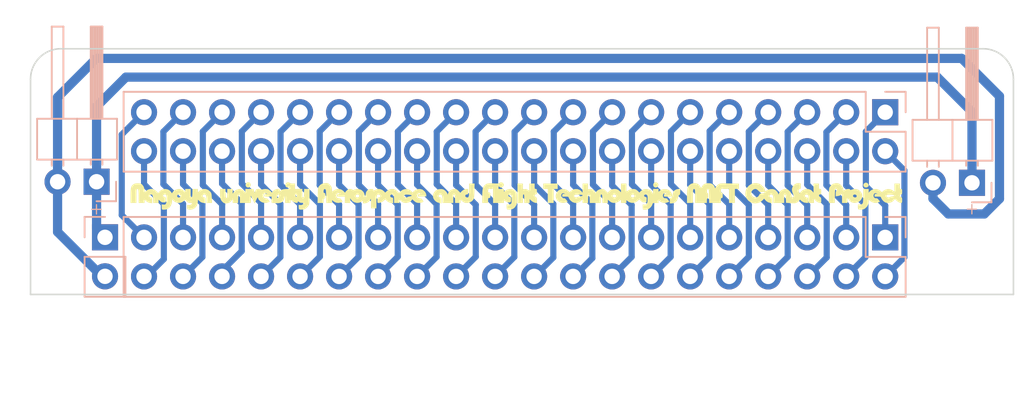
<source format=kicad_pcb>
(kicad_pcb (version 20221018) (generator pcbnew)
  (layers (0 "F.Cu" signal) (31 "B.Cu" signal) (34 "B.Paste" user) (35 "F.Paste" user) (36 "B.SilkS" user "B.Silkscreen") (37 "F.SilkS" user "F.Silkscreen") (38 "B.Mask" user) (39 "F.Mask" user) (44 "Edge.Cuts" user))
  (net 0 "")
  (footprint "LOGO" (layer "F.Cu") (at 126.5 75.56)
    (fp_text reference "G***" hide)
    (fp_text value "LOGO" hide)
  )
  (footprint "Connector_PinSocket_2.54mm:PinSocket_1x02_P2.54mm_Vertical" (layer "B.Cu") (at 99.85 78.18 180)
    (fp_text reference "J7")
    (fp_text value "Fan_connect")
    (pad "1" thru_hole rect (at 0 0 180) (size 1.7 1.7) (drill 1) (layers "*.Cu" "*.Mask"))
    (pad "2" thru_hole oval (at 0 -2.54 180) (size 1.7 1.7) (drill 1) (layers "*.Cu" "*.Mask"))
  )
  (footprint "Connector_PinHeader_2.54mm:PinHeader_1x02_P2.54mm_Horizontal" (layer "B.Cu") (at 99.3 74.56 90)
    (fp_text reference "M4")
    (fp_text value "Fan")
    (pad "1" thru_hole rect (at 0 0 90) (size 1.7 1.7) (drill 1) (layers "*.Cu" "*.Mask"))
    (pad "2" thru_hole oval (at 0 -2.54 90) (size 1.7 1.7) (drill 1) (layers "*.Cu" "*.Mask"))
  )
  (footprint "Connector_PinSocket_2.54mm:PinSocket_2x20_P2.54mm_Vertical" (layer "B.Cu") (at 126.49 79.455 90)
    (fp_text reference "J4")
    (fp_text value "Conn_02x20_Odd_Even")
    (pad "1" thru_hole rect (at 1.27 24.16 90) (size 1.7 1.7) (drill 1) (layers "*.Cu" "*.Mask"))
    (pad "2" thru_hole oval (at -1.27 24.16 90) (size 1.7 1.7) (drill 1) (layers "*.Cu" "*.Mask"))
    (pad "3" thru_hole oval (at 1.27 21.62 90) (size 1.7 1.7) (drill 1) (layers "*.Cu" "*.Mask"))
    (pad "4" thru_hole oval (at -1.27 21.62 90) (size 1.7 1.7) (drill 1) (layers "*.Cu" "*.Mask"))
    (pad "5" thru_hole oval (at 1.27 19.08 90) (size 1.7 1.7) (drill 1) (layers "*.Cu" "*.Mask"))
    (pad "6" thru_hole oval (at -1.27 19.08 90) (size 1.7 1.7) (drill 1) (layers "*.Cu" "*.Mask"))
    (pad "7" thru_hole oval (at 1.27 16.54 90) (size 1.7 1.7) (drill 1) (layers "*.Cu" "*.Mask"))
    (pad "8" thru_hole oval (at -1.27 16.54 90) (size 1.7 1.7) (drill 1) (layers "*.Cu" "*.Mask"))
    (pad "9" thru_hole oval (at 1.27 14 90) (size 1.7 1.7) (drill 1) (layers "*.Cu" "*.Mask"))
    (pad "10" thru_hole oval (at -1.27 14 90) (size 1.7 1.7) (drill 1) (layers "*.Cu" "*.Mask"))
    (pad "11" thru_hole oval (at 1.27 11.46 90) (size 1.7 1.7) (drill 1) (layers "*.Cu" "*.Mask"))
    (pad "12" thru_hole oval (at -1.27 11.46 90) (size 1.7 1.7) (drill 1) (layers "*.Cu" "*.Mask"))
    (pad "13" thru_hole oval (at 1.27 8.92 90) (size 1.7 1.7) (drill 1) (layers "*.Cu" "*.Mask"))
    (pad "14" thru_hole oval (at -1.27 8.92 90) (size 1.7 1.7) (drill 1) (layers "*.Cu" "*.Mask"))
    (pad "15" thru_hole oval (at 1.27 6.38 90) (size 1.7 1.7) (drill 1) (layers "*.Cu" "*.Mask"))
    (pad "16" thru_hole oval (at -1.27 6.38 90) (size 1.7 1.7) (drill 1) (layers "*.Cu" "*.Mask"))
    (pad "17" thru_hole oval (at 1.27 3.84 90) (size 1.7 1.7) (drill 1) (layers "*.Cu" "*.Mask"))
    (pad "18" thru_hole oval (at -1.27 3.84 90) (size 1.7 1.7) (drill 1) (layers "*.Cu" "*.Mask"))
    (pad "19" thru_hole oval (at 1.27 1.3 90) (size 1.7 1.7) (drill 1) (layers "*.Cu" "*.Mask"))
    (pad "20" thru_hole oval (at -1.27 1.3 90) (size 1.7 1.7) (drill 1) (layers "*.Cu" "*.Mask"))
    (pad "21" thru_hole oval (at 1.27 -1.24 90) (size 1.7 1.7) (drill 1) (layers "*.Cu" "*.Mask"))
    (pad "22" thru_hole oval (at -1.27 -1.24 90) (size 1.7 1.7) (drill 1) (layers "*.Cu" "*.Mask"))
    (pad "23" thru_hole oval (at 1.27 -3.78 90) (size 1.7 1.7) (drill 1) (layers "*.Cu" "*.Mask"))
    (pad "24" thru_hole oval (at -1.27 -3.78 90) (size 1.7 1.7) (drill 1) (layers "*.Cu" "*.Mask"))
    (pad "25" thru_hole oval (at 1.27 -6.32 90) (size 1.7 1.7) (drill 1) (layers "*.Cu" "*.Mask"))
    (pad "26" thru_hole oval (at -1.27 -6.32 90) (size 1.7 1.7) (drill 1) (layers "*.Cu" "*.Mask"))
    (pad "27" thru_hole oval (at 1.27 -8.86 90) (size 1.7 1.7) (drill 1) (layers "*.Cu" "*.Mask"))
    (pad "28" thru_hole oval (at -1.27 -8.86 90) (size 1.7 1.7) (drill 1) (layers "*.Cu" "*.Mask"))
    (pad "29" thru_hole oval (at 1.27 -11.4 90) (size 1.7 1.7) (drill 1) (layers "*.Cu" "*.Mask"))
    (pad "30" thru_hole oval (at -1.27 -11.4 90) (size 1.7 1.7) (drill 1) (layers "*.Cu" "*.Mask"))
    (pad "31" thru_hole oval (at 1.27 -13.94 90) (size 1.7 1.7) (drill 1) (layers "*.Cu" "*.Mask"))
    (pad "32" thru_hole oval (at -1.27 -13.94 90) (size 1.7 1.7) (drill 1) (layers "*.Cu" "*.Mask"))
    (pad "33" thru_hole oval (at 1.27 -16.48 90) (size 1.7 1.7) (drill 1) (layers "*.Cu" "*.Mask"))
    (pad "34" thru_hole oval (at -1.27 -16.48 90) (size 1.7 1.7) (drill 1) (layers "*.Cu" "*.Mask"))
    (pad "35" thru_hole oval (at 1.27 -19.02 90) (size 1.7 1.7) (drill 1) (layers "*.Cu" "*.Mask"))
    (pad "36" thru_hole oval (at -1.27 -19.02 90) (size 1.7 1.7) (drill 1) (layers "*.Cu" "*.Mask"))
    (pad "37" thru_hole oval (at 1.27 -21.56 90) (size 1.7 1.7) (drill 1) (layers "*.Cu" "*.Mask"))
    (pad "38" thru_hole oval (at -1.27 -21.56 90) (size 1.7 1.7) (drill 1) (layers "*.Cu" "*.Mask"))
    (pad "39" thru_hole oval (at 1.27 -24.1 90) (size 1.7 1.7) (drill 1) (layers "*.Cu" "*.Mask"))
    (pad "40" thru_hole oval (at -1.27 -24.1 90) (size 1.7 1.7) (drill 1) (layers "*.Cu" "*.Mask"))
  )
  (footprint "Connector_PinSocket_2.54mm:PinSocket_2x20_P2.54mm_Vertical" (layer "B.Cu") (at 126.49 71.305 90)
    (fp_text reference "J5")
    (fp_text value "Conn_02x20_Odd_Even")
    (pad "1" thru_hole rect (at 1.27 24.16 90) (size 1.7 1.7) (drill 1) (layers "*.Cu" "*.Mask"))
    (pad "2" thru_hole oval (at -1.27 24.16 90) (size 1.7 1.7) (drill 1) (layers "*.Cu" "*.Mask"))
    (pad "3" thru_hole oval (at 1.27 21.62 90) (size 1.7 1.7) (drill 1) (layers "*.Cu" "*.Mask"))
    (pad "4" thru_hole oval (at -1.27 21.62 90) (size 1.7 1.7) (drill 1) (layers "*.Cu" "*.Mask"))
    (pad "5" thru_hole oval (at 1.27 19.08 90) (size 1.7 1.7) (drill 1) (layers "*.Cu" "*.Mask"))
    (pad "6" thru_hole oval (at -1.27 19.08 90) (size 1.7 1.7) (drill 1) (layers "*.Cu" "*.Mask"))
    (pad "7" thru_hole oval (at 1.27 16.54 90) (size 1.7 1.7) (drill 1) (layers "*.Cu" "*.Mask"))
    (pad "8" thru_hole oval (at -1.27 16.54 90) (size 1.7 1.7) (drill 1) (layers "*.Cu" "*.Mask"))
    (pad "9" thru_hole oval (at 1.27 14 90) (size 1.7 1.7) (drill 1) (layers "*.Cu" "*.Mask"))
    (pad "10" thru_hole oval (at -1.27 14 90) (size 1.7 1.7) (drill 1) (layers "*.Cu" "*.Mask"))
    (pad "11" thru_hole oval (at 1.27 11.46 90) (size 1.7 1.7) (drill 1) (layers "*.Cu" "*.Mask"))
    (pad "12" thru_hole oval (at -1.27 11.46 90) (size 1.7 1.7) (drill 1) (layers "*.Cu" "*.Mask"))
    (pad "13" thru_hole oval (at 1.27 8.92 90) (size 1.7 1.7) (drill 1) (layers "*.Cu" "*.Mask"))
    (pad "14" thru_hole oval (at -1.27 8.92 90) (size 1.7 1.7) (drill 1) (layers "*.Cu" "*.Mask"))
    (pad "15" thru_hole oval (at 1.27 6.38 90) (size 1.7 1.7) (drill 1) (layers "*.Cu" "*.Mask"))
    (pad "16" thru_hole oval (at -1.27 6.38 90) (size 1.7 1.7) (drill 1) (layers "*.Cu" "*.Mask"))
    (pad "17" thru_hole oval (at 1.27 3.84 90) (size 1.7 1.7) (drill 1) (layers "*.Cu" "*.Mask"))
    (pad "18" thru_hole oval (at -1.27 3.84 90) (size 1.7 1.7) (drill 1) (layers "*.Cu" "*.Mask"))
    (pad "19" thru_hole oval (at 1.27 1.3 90) (size 1.7 1.7) (drill 1) (layers "*.Cu" "*.Mask"))
    (pad "20" thru_hole oval (at -1.27 1.3 90) (size 1.7 1.7) (drill 1) (layers "*.Cu" "*.Mask"))
    (pad "21" thru_hole oval (at 1.27 -1.24 90) (size 1.7 1.7) (drill 1) (layers "*.Cu" "*.Mask"))
    (pad "22" thru_hole oval (at -1.27 -1.24 90) (size 1.7 1.7) (drill 1) (layers "*.Cu" "*.Mask"))
    (pad "23" thru_hole oval (at 1.27 -3.78 90) (size 1.7 1.7) (drill 1) (layers "*.Cu" "*.Mask"))
    (pad "24" thru_hole oval (at -1.27 -3.78 90) (size 1.7 1.7) (drill 1) (layers "*.Cu" "*.Mask"))
    (pad "25" thru_hole oval (at 1.27 -6.32 90) (size 1.7 1.7) (drill 1) (layers "*.Cu" "*.Mask"))
    (pad "26" thru_hole oval (at -1.27 -6.32 90) (size 1.7 1.7) (drill 1) (layers "*.Cu" "*.Mask"))
    (pad "27" thru_hole oval (at 1.27 -8.86 90) (size 1.7 1.7) (drill 1) (layers "*.Cu" "*.Mask"))
    (pad "28" thru_hole oval (at -1.27 -8.86 90) (size 1.7 1.7) (drill 1) (layers "*.Cu" "*.Mask"))
    (pad "29" thru_hole oval (at 1.27 -11.4 90) (size 1.7 1.7) (drill 1) (layers "*.Cu" "*.Mask"))
    (pad "30" thru_hole oval (at -1.27 -11.4 90) (size 1.7 1.7) (drill 1) (layers "*.Cu" "*.Mask"))
    (pad "31" thru_hole oval (at 1.27 -13.94 90) (size 1.7 1.7) (drill 1) (layers "*.Cu" "*.Mask"))
    (pad "32" thru_hole oval (at -1.27 -13.94 90) (size 1.7 1.7) (drill 1) (layers "*.Cu" "*.Mask"))
    (pad "33" thru_hole oval (at 1.27 -16.48 90) (size 1.7 1.7) (drill 1) (layers "*.Cu" "*.Mask"))
    (pad "34" thru_hole oval (at -1.27 -16.48 90) (size 1.7 1.7) (drill 1) (layers "*.Cu" "*.Mask"))
    (pad "35" thru_hole oval (at 1.27 -19.02 90) (size 1.7 1.7) (drill 1) (layers "*.Cu" "*.Mask"))
    (pad "36" thru_hole oval (at -1.27 -19.02 90) (size 1.7 1.7) (drill 1) (layers "*.Cu" "*.Mask"))
    (pad "37" thru_hole oval (at 1.27 -21.56 90) (size 1.7 1.7) (drill 1) (layers "*.Cu" "*.Mask"))
    (pad "38" thru_hole oval (at -1.27 -21.56 90) (size 1.7 1.7) (drill 1) (layers "*.Cu" "*.Mask"))
    (pad "39" thru_hole oval (at 1.27 -24.1 90) (size 1.7 1.7) (drill 1) (layers "*.Cu" "*.Mask"))
    (pad "40" thru_hole oval (at -1.27 -24.1 90) (size 1.7 1.7) (drill 1) (layers "*.Cu" "*.Mask"))
  )
  (footprint "Connector_PinHeader_2.54mm:PinHeader_1x02_P2.54mm_Horizontal" (layer "B.Cu") (at 156.3 74.63 90)
    (fp_text reference "M5")
    (fp_text value "Fan")
    (pad "1" thru_hole rect (at 0 0 90) (size 1.7 1.7) (drill 1) (layers "*.Cu" "*.Mask"))
    (pad "2" thru_hole oval (at 0 -2.54 90) (size 1.7 1.7) (drill 1) (layers "*.Cu" "*.Mask"))
  )
  (gr_arc (start 95 67.9) (mid 95.581055 66.481055) (end 97 65.9) (stroke (width 0.1)) (layer "Edge.Cuts"))
  (gr_line (start 159 81.9) (end 95 81.9) (stroke (width 0.1)) (layer "Edge.Cuts"))
  (gr_line (start 159 81.9) (end 159 67.9) (stroke (width 0.1)) (layer "Edge.Cuts"))
  (gr_line (start 157 65.9) (end 97 65.9) (stroke (width 0.1)) (layer "Edge.Cuts"))
  (gr_arc (start 157 65.9) (mid 158.418975 66.481025) (end 159 67.9) (stroke (width 0.1)) (layer "Edge.Cuts"))
  (gr_line (start 95 67.9) (end 95 81.9) (stroke (width 0.1)) (layer "Edge.Cuts"))
  (gr_text "+" (at 99.7 75.81 90) (layer "B.SilkS") (effects (font (size 0.8 0.8) (thickness 0.08)) (justify left bottom mirror)))
  (gr_text "+" (at 156.7 75.8 90) (layer "B.SilkS") (effects (font (size 0.8 0.8) (thickness 0.08)) (justify left bottom mirror)))
  (segment (start 136.68 76.03) (end 135.41 74.76) (width 0.4) (layer "B.Cu") (net 0))
  (segment (start 117.63 80.725) (end 118.91 79.445) (width 0.4) (layer "B.Cu") (net 0))
  (segment (start 107.475736 78.179264) (end 107.475736 76.035736) (width 0.4) (layer "B.Cu") (net 0))
  (segment (start 110.01 74.75) (end 110.01 72.575) (width 0.4) (layer "B.Cu") (net 0))
  (segment (start 106.19 79.465) (end 106.19 75.98) (width 0.4) (layer "B.Cu") (net 0))
  (segment (start 102.39 78.185) (end 100.94 76.735) (width 0.4) (layer "B.Cu") (net 0))
  (segment (start 123.98 74.77) (end 123.98 71.29) (width 0.4) (layer "B.Cu") (net 0))
  (segment (start 144.3 71.305) (end 145.57 70.035) (width 0.4) (layer "B.Cu") (net 0))
  (segment (start 149.39 74.85) (end 149.39 71.295) (width 0.4) (layer "B.Cu") (net 0))
  (segment (start 111.27 76.01) (end 110.01 74.75) (width 0.4) (layer "B.Cu") (net 0))
  (segment (start 151.9 79.475) (end 151.9 73.825) (width 0.4) (layer "B.Cu") (net 0))
  (segment (start 126.5 79.46) (end 126.5 76.06) (width 0.4) (layer "B.Cu") (net 0))
  (segment (start 104.93 74.72) (end 104.93 72.575) (width 0.4) (layer "B.Cu") (net 0))
  (segment (start 143.03 78.185) (end 143.03 76.06) (width 0.4) (layer "B.Cu") (net 0))
  (segment (start 127.79 74.76) (end 127.79 72.575) (width 0.4) (layer "B.Cu") (net 0))
  (segment (start 148.11 78.185) (end 148.11 76.07) (width 0.4) (layer "B.Cu") (net 0))
  (segment (start 131.58 79.54) (end 131.58 76.01) (width 0.4) (layer "B.Cu") (net 0))
  (segment (start 99.3 74.56) (end 99.3 69.66) (width 0.6) (layer "B.Cu") (net 0))
  (segment (start 141.77 71.295) (end 143.03 70.035) (width 0.4) (layer "B.Cu") (net 0))
  (segment (start 129.04 76.01) (end 127.79 74.76) (width 0.4) (layer "B.Cu") (net 0))
  (segment (start 132.87 74.81) (end 132.87 72.575) (width 0.4) (layer "B.Cu") (net 0))
  (segment (start 116.36 76.03) (end 115.09 74.76) (width 0.4) (layer "B.Cu") (net 0))
  (segment (start 130.33 76.01) (end 129.07 74.75) (width 0.4) (layer "B.Cu") (net 0))
  (segment (start 130.33 78.185) (end 130.33 76.01) (width 0.4) (layer "B.Cu") (net 0))
  (segment (start 146.84 76.02) (end 145.57 74.75) (width 0.4) (layer "B.Cu") (net 0))
  (segment (start 154.76 76.66) (end 153.76 75.66) (width 0.6) (layer "B.Cu") (net 0))
  (segment (start 101.21 67.75) (end 154.04 67.75) (width 0.6) (layer "B.Cu") (net 0))
  (segment (start 120.17 74.75) (end 120.17 72.575) (width 0.4) (layer "B.Cu") (net 0))
  (segment (start 130.395 80.725) (end 131.58 79.54) (width 0.4) (layer "B.Cu") (net 0))
  (segment (start 110.01 80.725) (end 111.27 79.465) (width 0.4) (layer "B.Cu") (net 0))
  (segment (start 122.71 80.725) (end 123.99 79.445) (width 0.4) (layer "B.Cu") (net 0))
  (segment (start 137.95 75.98) (end 136.7 74.73) (width 0.4) (layer "B.Cu") (net 0))
  (segment (start 110.01 78.185) (end 110.01 75.94) (width 0.4) (layer "B.Cu") (net 0))
  (segment (start 117.63 78.185) (end 117.63 76.02) (width 0.4) (layer "B.Cu") (net 0))
  (segment (start 140.49 78.185) (end 140.49 76.03) (width 0.4) (layer "B.Cu") (net 0))
  (segment (start 96.76 77.83) (end 96.76 74.56) (width 0.6) (layer "B.Cu") (net 0))
  (segment (start 116.38 74.77) (end 116.38 71.285) (width 0.4) (layer "B.Cu") (net 0))
  (segment (start 121.45 74.73) (end 121.45 71.295) (width 0.4) (layer "B.Cu") (net 0))
  (segment (start 129.07 71.295) (end 130.33 70.035) (width 0.4) (layer "B.Cu") (net 0))
  (segment (start 102.39 80.725) (end 102.555 80.725) (width 0.4) (layer "B.Cu") (net 0))
  (segment (start 108.76 71.285) (end 110.01 70.035) (width 0.4) (layer "B.Cu") (net 0))
  (segment (start 130.33 74.76) (end 130.33 72.575) (width 0.4) (layer "B.Cu") (net 0))
  (segment (start 96.76 69.06) (end 99.29 66.53) (width 0.6) (layer "B.Cu") (net 0))
  (segment (start 139.2 76.01) (end 137.95 74.76) (width 0.4) (layer "B.Cu") (net 0))
  (segment (start 126.52 71.305) (end 127.79 70.035) (width 0.4) (layer "B.Cu") (net 0))
  (segment (start 120.17 78.185) (end 120.17 76) (width 0.4) (layer "B.Cu") (net 0))
  (segment (start 107.475736 76.035736) (end 106.22 74.78) (width 0.4) (layer "B.Cu") (net 0))
  (segment (start 96.76 74.56) (end 96.76 69.06) (width 0.6) (layer "B.Cu") (net 0))
  (segment (start 137.95 78.185) (end 137.95 75.98) (width 0.4) (layer "B.Cu") (net 0))
  (segment (start 99.65 80.72) (end 96.76 77.83) (width 0.6) (layer "B.Cu") (net 0))
  (segment (start 108.75 79.08) (end 108.75 75.97) (width 0.4) (layer "B.Cu") (net 0))
  (segment (start 135.41 74.76) (end 135.41 72.575) (width 0.4) (layer "B.Cu") (net 0))
  (segment (start 106.22 71.285) (end 107.47 70.035) (width 0.4) (layer "B.Cu") (net 0))
  (segment (start 158.09 75.67) (end 157.1 76.66) (width 0.6) (layer "B.Cu") (net 0))
  (segment (start 130.33 80.725) (end 130.395 80.725) (width 0.4) (layer "B.Cu") (net 0))
  (segment (start 111.28 74.76) (end 111.28 71.305) (width 0.4) (layer "B.Cu") (net 0))
  (segment (start 113.84 79.44) (end 113.84 76.02) (width 0.4) (layer "B.Cu") (net 0))
  (segment (start 151.9 73.825) (end 150.65 72.575) (width 0.4) (layer "B.Cu") (net 0))
  (segment (start 118.91 79.445) (end 118.91 76.05) (width 0.4) (layer "B.Cu") (net 0))
  (segment (start 118.92 71.29) (end 120.17 70.04) (width 0.4) (layer "B.Cu") (net 0))
  (segment (start 118.92 74.75) (end 118.92 71.29) (width 0.4) (layer "B.Cu") (net 0))
  (segment (start 134.16 71.285) (end 135.41 70.035) (width 0.4) (layer "B.Cu") (net 0))
  (segment (start 140.445 70.035) (end 140.49 70.035) (width 0.4) (layer "B.Cu") (net 0))
  (segment (start 120.17 76) (end 118.92 74.75) (width 0.4) (layer "B.Cu") (net 0))
  (segment (start 116.36 79.455) (end 116.36 76.03) (width 0.4) (layer "B.Cu") (net 0))
  (segment (start 134.14 79.455) (end 134.14 76.08) (width 0.4) (layer "B.Cu") (net 0))
  (segment (start 127.79 78.185) (end 127.79 76.05) (width 0.4) (layer "B.Cu") (net 0))
  (segment (start 127.8091 80.725) (end 129.04 79.4941) (width 0.4) (layer "B.Cu") (net 0))
  (segment (start 131.62 74.75) (end 131.62 71.285) (width 0.4) (layer "B.Cu") (net 0))
  (segment (start 104.93 80.725) (end 106.19 79.465) (width 0.4) (layer "B.Cu") (net 0))
  (segment (start 123.99 76.06) (end 122.71 74.78) (width 0.4) (layer "B.Cu") (net 0))
  (segment (start 155.63 66.53) (end 158.09 68.99) (width 0.6) (layer "B.Cu") (net 0))
  (segment (start 111.28 71.305) (end 112.55 70.035) (width 0.4) (layer "B.Cu") (net 0))
  (segment (start 108.76 74.69) (end 108.76 71.285) (width 0.4) (layer "B.Cu") (net 0))
  (segment (start 146.82 74.78) (end 146.82 71.325) (width 0.4) (layer "B.Cu") (net 0))
  (segment (start 107.47 80.725) (end 107.47 80.36) (width 0.4) (layer "B.Cu") (net 0))
  (segment (start 144.3 79.455) (end 144.3 76.06) (width 0.4) (layer "B.Cu") (net 0))
  (segment (start 107.47 78.185) (end 107.475736 78.179264) (width 0.4) (layer "B.Cu") (net 0))
  (segment (start 99.29 66.53) (end 155.63 66.53) (width 0.6) (layer "B.Cu") (net 0))
  (segment (start 107.47 80.36) (end 108.75 79.08) (width 0.4) (layer "B.Cu") (net 0))
  (segment (start 125.25 74.81) (end 125.25 72.575) (width 0.4) (layer "B.Cu") (net 0))
  (segment (start 150.65 78.185) (end 150.65 76.11) (width 0.4) (layer "B.Cu") (net 0))
  (segment (start 145.57 74.75) (end 145.57 72.575) (width 0.4) (layer "B.Cu") (net 0))
  (segment (start 134.14 76.08) (end 132.87 74.81) (width 0.4) (layer "B.Cu") (net 0))
  (segment (start 122.71 74.78) (end 122.71 72.575) (width 0.4) (layer "B.Cu") (net 0))
  (segment (start 123.99 79.445) (end 123.99 76.06) (width 0.4) (layer "B.Cu") (net 0))
  (segment (start 154.04 67.75) (end 156.3 70.01) (width 0.6) (layer "B.Cu") (net 0))
  (segment (start 108.75 75.97) (end 107.47 74.69) (width 0.4) (layer "B.Cu") (net 0))
  (segment (start 148.11 80.725) (end 149.36 79.475) (width 0.4) (layer "B.Cu") (net 0))
  (segment (start 106.22 74.78) (end 106.22 71.285) (width 0.4) (layer "B.Cu") (net 0))
  (segment (start 116.38 71.285) (end 117.63 70.035) (width 0.4) (layer "B.Cu") (net 0))
  (segment (start 99.3 69.66) (end 101.21 67.75) (width 0.6) (layer "B.Cu") (net 0))
  (segment (start 115.09 78.185) (end 115.09 76.05) (width 0.4) (layer "B.Cu") (net 0))
  (segment (start 149.36 79.475) (end 149.36 76.05) (width 0.4) (layer "B.Cu") (net 0))
  (segment (start 104.93 76) (end 103.65 74.72) (width 0.4) (layer "B.Cu") (net 0))
  (segment (start 117.63 74.77) (end 117.63 72.575) (width 0.4) (layer "B.Cu") (net 0))
  (segment (start 111.27 79.465) (end 111.27 76.01) (width 0.4) (layer "B.Cu") (net 0))
  (segment (start 141.77 74.8) (end 141.77 71.295) (width 0.4) (layer "B.Cu") (net 0))
  (segment (start 104.93 78.185) (end 104.93 76) (width 0.4) (layer "B.Cu") (net 0))
  (segment (start 140.49 76.03) (end 139.22 74.76) (width 0.4) (layer "B.Cu") (net 0))
  (segment (start 125.235 70.035) (end 125.25 70.035) (width 0.4) (layer "B.Cu") (net 0))
  (segment (start 150.65 80.725) (end 151.9 79.475) (width 0.4) (layer "B.Cu") (net 0))
  (segment (start 156.3 70.01) (end 156.3 74.63) (width 0.6) (layer "B.Cu") (net 0))
  (segment (start 122.71 75.99) (end 121.45 74.73) (width 0.4) (layer "B.Cu") (net 0))
  (segment (start 117.63 76.02) (end 116.38 74.77) (width 0.4) (layer "B.Cu") (net 0))
  (segment (start 141.77 76.07) (end 140.49 74.79) (width 0.4) (layer "B.Cu") (net 0))
  (segment (start 136.7 74.73) (end 136.7 71.285) (width 0.4) (layer "B.Cu") (net 0))
  (segment (start 145.57 80.725) (end 145.605 80.725) (width 0.4) (layer "B.Cu") (net 0))
  (segment (start 103.68 79.6) (end 103.68 76.01) (width 0.4) (layer "B.Cu") (net 0))
  (segment (start 140.49 80.725) (end 141.77 79.445) (width 0.4) (layer "B.Cu") (net 0))
  (segment (start 143.03 76.06) (end 141.77 74.8) (width 0.4) (layer "B.Cu") (net 0))
  (segment (start 132.87 80.725) (end 134.14 79.455) (width 0.4) (layer "B.Cu") (net 0))
  (segment (start 127.79 80.725) (end 127.8091 80.725) (width 0.4) (layer "B.Cu") (net 0))
  (segment (start 127.79 76.05) (end 126.52 74.78) (width 0.4) (layer "B.Cu") (net 0))
  (segment (start 146.84 79.49) (end 146.84 76.02) (width 0.4) (layer "B.Cu") (net 0))
  (segment (start 145.57 78.185) (end 145.57 76.07) (width 0.4) (layer "B.Cu") (net 0))
  (segment (start 115.09 76.05) (end 113.83 74.79) (width 0.4) (layer "B.Cu") (net 0))
  (segment (start 135.41 75.99) (end 134.16 74.74) (width 0.4) (layer "B.Cu") (net 0))
  (segment (start 120.17 70.04) (end 120.17 70.035) (width 0.4) (layer "B.Cu") (net 0))
  (segment (start 139.22 74.76) (end 139.22 71.26) (width 0.4) (layer "B.Cu") (net 0))
  (segment (start 100.94 71.485) (end 102.39 70.035) (width 0.4) (layer "B.Cu") (net 0))
  (segment (start 107.47 74.69) (end 107.47 72.575) (width 0.4) (layer "B.Cu") (net 0))
  (segment (start 132.87 78.185) (end 132.87 76) (width 0.4) (layer "B.Cu") (net 0))
  (segment (start 157.1 76.66) (end 154.76 76.66) (width 0.6) (layer "B.Cu") (net 0))
  (segment (start 146.82 71.325) (end 148.11 70.035) (width 0.4) (layer "B.Cu") (net 0))
  (segment (start 153.76 75.66) (end 153.76 74.63) (width 0.6) (layer "B.Cu") (net 0))
  (segment (start 100.94 76.735) (end 100.94 71.485) (width 0.4) (layer "B.Cu") (net 0))
  (segment (start 126.52 74.78) (end 126.52 71.305) (width 0.4) (layer "B.Cu") (net 0))
  (segment (start 143.03 74.79) (end 143.03 72.575) (width 0.4) (layer "B.Cu") (net 0))
  (segment (start 112.55 74.73) (end 112.55 72.575) (width 0.4) (layer "B.Cu") (net 0))
  (segment (start 140.49 74.79) (end 140.49 72.575) (width 0.4) (layer "B.Cu") (net 0))
  (segment (start 112.55 76.03) (end 111.28 74.76) (width 0.4) (layer "B.Cu") (net 0))
  (segment (start 129.04 79.4941) (end 129.04 76.01) (width 0.4) (layer "B.Cu") (net 0))
  (segment (start 139.22 71.26) (end 140.445 70.035) (width 0.4) (layer "B.Cu") (net 0))
  (segment (start 106.19 75.98) (end 104.93 74.72) (width 0.4) (layer "B.Cu") (net 0))
  (segment (start 103.65 74.72) (end 103.65 71.3) (width 0.4) (layer "B.Cu") (net 0))
  (segment (start 125.25 80.71) (end 126.5 79.46) (width 0.4) (layer "B.Cu") (net 0))
  (segment (start 158.09 68.99) (end 158.09 75.67) (width 0.6) (layer "B.Cu") (net 0))
  (segment (start 110.01 75.94) (end 108.76 74.69) (width 0.4) (layer "B.Cu") (net 0))
  (segment (start 113.83 74.79) (end 113.83 71.28) (width 0.4) (layer "B.Cu") (net 0))
  (segment (start 112.55 80.725) (end 112.555 80.725) (width 0.4) (layer "B.Cu") (net 0))
  (segment (start 102.555 80.725) (end 103.68 79.6) (width 0.4) (layer "B.Cu") (net 0))
  (segment (start 136.68 79.455) (end 136.68 76.03) (width 0.4) (layer "B.Cu") (net 0))
  (segment (start 102.39 74.72) (end 102.39 72.575) (width 0.4) (layer "B.Cu") (net 0))
  (segment (start 148.11 76.07) (end 146.82 74.78) (width 0.4) (layer "B.Cu") (net 0))
  (segment (start 103.68 76.01) (end 102.39 74.72) (width 0.4) (layer "B.Cu") (net 0))
  (segment (start 103.65 71.3) (end 104.59 70.36) (width 0.4) (layer "B.Cu") (net 0))
  (segment (start 123.98 71.29) (end 125.235 70.035) (width 0.4) (layer "B.Cu") (net 0))
  (segment (start 120.17 80.725) (end 121.44 79.455) (width 0.4) (layer "B.Cu") (net 0))
  (segment (start 144.3 76.06) (end 143.03 74.79) (width 0.4) (layer "B.Cu") (net 0))
  (segment (start 121.44 79.455) (end 121.44 76.02) (width 0.4) (layer "B.Cu") (net 0))
  (segment (start 112.55 78.185) (end 112.55 76.03) (width 0.4) (layer "B.Cu") (net 0))
  (segment (start 135.41 78.185) (end 135.41 75.99) (width 0.4) (layer "B.Cu") (net 0))
  (segment (start 122.71 78.185) (end 122.71 75.99) (width 0.4) (layer "B.Cu") (net 0))
  (segment (start 99.3 74.56) (end 99.3 77.63) (width 0.6) (layer "B.Cu") (net 0))
  (segment (start 144.3 74.8) (end 144.3 71.305) (width 0.4) (layer "B.Cu") (net 0))
  (segment (start 145.605 80.725) (end 146.84 79.49) (width 0.4) (layer "B.Cu") (net 0))
  (segment (start 136.7 71.285) (end 137.95 70.035) (width 0.4) (layer "B.Cu") (net 0))
  (segment (start 150.65 76.11) (end 149.39 74.85) (width 0.4) (layer "B.Cu") (net 0))
  (segment (start 149.36 76.05) (end 148.11 74.8) (width 0.4) (layer "B.Cu") (net 0))
  (segment (start 112.555 80.725) (end 113.84 79.44) (width 0.4) (layer "B.Cu") (net 0))
  (segment (start 118.91 76.05) (end 117.63 74.77) (width 0.4) (layer "B.Cu") (net 0))
  (segment (start 129.07 74.75) (end 129.07 71.295) (width 0.4) (layer "B.Cu") (net 0))
  (segment (start 139.2 79.475) (end 139.2 76.01) (width 0.4) (layer "B.Cu") (net 0))
  (segment (start 125.25 80.725) (end 125.25 80.71) (width 0.4) (layer "B.Cu") (net 0))
  (segment (start 126.5 76.06) (end 125.25 74.81) (width 0.4) (layer "B.Cu") (net 0))
  (segment (start 143.03 80.725) (end 144.3 79.455) (width 0.4) (layer "B.Cu") (net 0))
  (segment (start 141.77 79.445) (end 141.77 76.07) (width 0.4) (layer "B.Cu") (net 0))
  (segment (start 115.09 74.76) (end 115.09 72.575) (width 0.4) (layer "B.Cu") (net 0))
  (segment (start 145.57 76.07) (end 144.3 74.8) (width 0.4) (layer "B.Cu") (net 0))
  (segment (start 134.16 74.74) (end 134.16 71.285) (width 0.4) (layer "B.Cu") (net 0))
  (segment (start 115.09 80.725) (end 116.36 79.455) (width 0.4) (layer "B.Cu") (net 0))
  (segment (start 115.075 70.035) (end 115.09 70.035) (width 0.4) (layer "B.Cu") (net 0))
  (segment (start 132.87 76) (end 131.62 74.75) (width 0.4) (layer "B.Cu") (net 0))
  (segment (start 131.62 71.285) (end 132.87 70.035) (width 0.4) (layer "B.Cu") (net 0))
  (segment (start 125.25 78.185) (end 125.25 76.04) (width 0.4) (layer "B.Cu") (net 0))
  (segment (start 121.45 71.295) (end 122.71 70.035) (width 0.4) (layer "B.Cu") (net 0))
  (segment (start 125.25 76.04) (end 123.98 74.77) (width 0.4) (layer "B.Cu") (net 0))
  (segment (start 135.41 80.725) (end 136.68 79.455) (width 0.4) (layer "B.Cu") (net 0))
  (segment (start 137.95 80.725) (end 139.2 79.475) (width 0.4) (layer "B.Cu") (net 0))
  (segment (start 137.95 74.76) (end 137.95 72.575) (width 0.4) (layer "B.Cu") (net 0))
  (segment (start 113.83 71.28) (end 115.075 70.035) (width 0.4) (layer "B.Cu") (net 0))
  (segment (start 149.39 71.295) (end 150.65 70.035) (width 0.4) (layer "B.Cu") (net 0))
  (segment (start 113.84 76.02) (end 112.55 74.73) (width 0.4) (layer "B.Cu") (net 0))
  (segment (start 121.44 76.02) (end 120.17 74.75) (width 0.4) (layer "B.Cu") (net 0))
  (segment (start 148.11 74.8) (end 148.11 72.575) (width 0.4) (layer "B.Cu") (net 0))
  (segment (start 131.58 76.01) (end 130.33 74.76) (width 0.4) (layer "B.Cu") (net 0))
)
</source>
